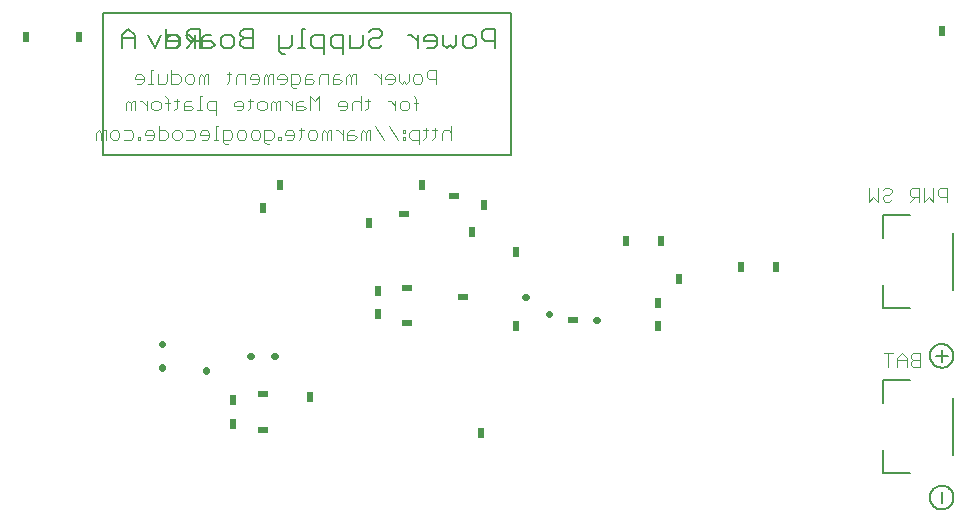
<source format=gbo>
G75*
G70*
%OFA0B0*%
%FSLAX24Y24*%
%IPPOS*%
%LPD*%
%AMOC8*
5,1,8,0,0,1.08239X$1,22.5*
%
%ADD10C,0.0080*%
%ADD11C,0.0040*%
%ADD12C,0.0060*%
%ADD13R,0.0200X0.0320*%
%ADD14C,0.0220*%
%ADD15R,0.0320X0.0200*%
%ADD16C,0.0050*%
D10*
X005476Y016303D02*
X005476Y021027D01*
X019059Y021027D01*
X019059Y016303D01*
X005476Y016303D01*
X033232Y009610D02*
X033626Y009610D01*
X033035Y009610D02*
X033037Y009649D01*
X033043Y009688D01*
X033053Y009726D01*
X033066Y009763D01*
X033083Y009798D01*
X033103Y009832D01*
X033127Y009863D01*
X033154Y009892D01*
X033183Y009918D01*
X033215Y009941D01*
X033249Y009961D01*
X033285Y009977D01*
X033322Y009989D01*
X033361Y009998D01*
X033400Y010003D01*
X033439Y010004D01*
X033478Y010001D01*
X033517Y009994D01*
X033554Y009983D01*
X033591Y009969D01*
X033626Y009951D01*
X033659Y009930D01*
X033690Y009905D01*
X033718Y009878D01*
X033743Y009848D01*
X033765Y009815D01*
X033784Y009781D01*
X033799Y009745D01*
X033811Y009707D01*
X033819Y009669D01*
X033823Y009630D01*
X033823Y009590D01*
X033819Y009551D01*
X033811Y009513D01*
X033799Y009475D01*
X033784Y009439D01*
X033765Y009405D01*
X033743Y009372D01*
X033718Y009342D01*
X033690Y009315D01*
X033659Y009290D01*
X033626Y009269D01*
X033591Y009251D01*
X033554Y009237D01*
X033517Y009226D01*
X033478Y009219D01*
X033439Y009216D01*
X033400Y009217D01*
X033361Y009222D01*
X033322Y009231D01*
X033285Y009243D01*
X033249Y009259D01*
X033215Y009279D01*
X033183Y009302D01*
X033154Y009328D01*
X033127Y009357D01*
X033103Y009388D01*
X033083Y009422D01*
X033066Y009457D01*
X033053Y009494D01*
X033043Y009532D01*
X033037Y009571D01*
X033035Y009610D01*
X033429Y009413D02*
X033429Y009807D01*
X033429Y005083D02*
X033429Y004689D01*
X033035Y004886D02*
X033037Y004925D01*
X033043Y004964D01*
X033053Y005002D01*
X033066Y005039D01*
X033083Y005074D01*
X033103Y005108D01*
X033127Y005139D01*
X033154Y005168D01*
X033183Y005194D01*
X033215Y005217D01*
X033249Y005237D01*
X033285Y005253D01*
X033322Y005265D01*
X033361Y005274D01*
X033400Y005279D01*
X033439Y005280D01*
X033478Y005277D01*
X033517Y005270D01*
X033554Y005259D01*
X033591Y005245D01*
X033626Y005227D01*
X033659Y005206D01*
X033690Y005181D01*
X033718Y005154D01*
X033743Y005124D01*
X033765Y005091D01*
X033784Y005057D01*
X033799Y005021D01*
X033811Y004983D01*
X033819Y004945D01*
X033823Y004906D01*
X033823Y004866D01*
X033819Y004827D01*
X033811Y004789D01*
X033799Y004751D01*
X033784Y004715D01*
X033765Y004681D01*
X033743Y004648D01*
X033718Y004618D01*
X033690Y004591D01*
X033659Y004566D01*
X033626Y004545D01*
X033591Y004527D01*
X033554Y004513D01*
X033517Y004502D01*
X033478Y004495D01*
X033439Y004492D01*
X033400Y004493D01*
X033361Y004498D01*
X033322Y004507D01*
X033285Y004519D01*
X033249Y004535D01*
X033215Y004555D01*
X033183Y004578D01*
X033154Y004604D01*
X033127Y004633D01*
X033103Y004664D01*
X033083Y004698D01*
X033066Y004733D01*
X033053Y004770D01*
X033043Y004808D01*
X033037Y004847D01*
X033035Y004886D01*
D11*
X032720Y009236D02*
X032490Y009236D01*
X032413Y009313D01*
X032413Y009390D01*
X032490Y009467D01*
X032720Y009467D01*
X032720Y009697D02*
X032490Y009697D01*
X032413Y009620D01*
X032413Y009543D01*
X032490Y009467D01*
X032260Y009467D02*
X031953Y009467D01*
X031953Y009543D02*
X031953Y009236D01*
X032260Y009236D02*
X032260Y009543D01*
X032106Y009697D01*
X031953Y009543D01*
X031799Y009697D02*
X031492Y009697D01*
X031646Y009697D02*
X031646Y009236D01*
X032720Y009236D02*
X032720Y009697D01*
X032685Y014748D02*
X032685Y015209D01*
X032455Y015209D01*
X032378Y015132D01*
X032378Y014978D01*
X032455Y014902D01*
X032685Y014902D01*
X032532Y014902D02*
X032378Y014748D01*
X032839Y014748D02*
X032839Y015209D01*
X033145Y015209D02*
X033145Y014748D01*
X032992Y014902D01*
X032839Y014748D01*
X033299Y014978D02*
X033376Y014902D01*
X033606Y014902D01*
X033606Y014748D02*
X033606Y015209D01*
X033376Y015209D01*
X033299Y015132D01*
X033299Y014978D01*
X031764Y015055D02*
X031688Y014978D01*
X031534Y014978D01*
X031458Y014902D01*
X031458Y014825D01*
X031534Y014748D01*
X031688Y014748D01*
X031764Y014825D01*
X031764Y015055D02*
X031764Y015132D01*
X031688Y015209D01*
X031534Y015209D01*
X031458Y015132D01*
X031304Y015209D02*
X031304Y014748D01*
X031151Y014902D01*
X030997Y014748D01*
X030997Y015209D01*
X017070Y016815D02*
X017070Y017275D01*
X016994Y017122D02*
X016840Y017122D01*
X016764Y017045D01*
X016764Y016815D01*
X016533Y016892D02*
X016457Y016815D01*
X016533Y016892D02*
X016533Y017199D01*
X016610Y017122D02*
X016457Y017122D01*
X016303Y017122D02*
X016150Y017122D01*
X016226Y017199D02*
X016226Y016892D01*
X016150Y016815D01*
X015996Y016815D02*
X015766Y016815D01*
X015689Y016892D01*
X015689Y017045D01*
X015766Y017122D01*
X015996Y017122D01*
X015996Y016662D01*
X015536Y016815D02*
X015536Y016892D01*
X015459Y016892D01*
X015459Y016815D01*
X015536Y016815D01*
X015306Y016815D02*
X014999Y017275D01*
X014539Y017275D02*
X014845Y016815D01*
X014385Y016815D02*
X014385Y017122D01*
X014308Y017122D01*
X014232Y017045D01*
X014155Y017122D01*
X014078Y017045D01*
X014078Y016815D01*
X014232Y016815D02*
X014232Y017045D01*
X013925Y016892D02*
X013848Y016815D01*
X013618Y016815D01*
X013618Y017045D01*
X013695Y017122D01*
X013848Y017122D01*
X013848Y016969D02*
X013618Y016969D01*
X013464Y016969D02*
X013311Y017122D01*
X013234Y017122D01*
X013081Y017122D02*
X013081Y016815D01*
X012927Y016815D02*
X012927Y017045D01*
X012851Y017122D01*
X012774Y017045D01*
X012774Y016815D01*
X012620Y016892D02*
X012544Y016815D01*
X012390Y016815D01*
X012313Y016892D01*
X012313Y017045D01*
X012390Y017122D01*
X012544Y017122D01*
X012620Y017045D01*
X012620Y016892D01*
X012927Y017045D02*
X013004Y017122D01*
X013081Y017122D01*
X013464Y017122D02*
X013464Y016815D01*
X013848Y016969D02*
X013925Y016892D01*
X014070Y017799D02*
X014070Y018260D01*
X013993Y018106D02*
X013839Y018106D01*
X013763Y018030D01*
X013763Y017799D01*
X013609Y017876D02*
X013609Y018030D01*
X013533Y018106D01*
X013379Y018106D01*
X013302Y018030D01*
X013302Y017953D01*
X013609Y017953D01*
X013609Y017876D02*
X013533Y017799D01*
X013379Y017799D01*
X013993Y018106D02*
X014070Y018030D01*
X014223Y018106D02*
X014376Y018106D01*
X014300Y018183D02*
X014300Y017876D01*
X014223Y017799D01*
X014990Y018106D02*
X015067Y018106D01*
X015220Y017953D01*
X015220Y018106D02*
X015220Y017799D01*
X015374Y017876D02*
X015374Y018030D01*
X015451Y018106D01*
X015604Y018106D01*
X015681Y018030D01*
X015681Y017876D01*
X015604Y017799D01*
X015451Y017799D01*
X015374Y017876D01*
X015834Y018030D02*
X015988Y018030D01*
X015911Y018183D02*
X015911Y017799D01*
X015911Y018183D02*
X015834Y018260D01*
X015888Y018685D02*
X015811Y018762D01*
X015811Y018915D01*
X015888Y018992D01*
X016041Y018992D01*
X016118Y018915D01*
X016118Y018762D01*
X016041Y018685D01*
X015888Y018685D01*
X015658Y018762D02*
X015658Y018992D01*
X015658Y018762D02*
X015581Y018685D01*
X015504Y018762D01*
X015427Y018685D01*
X015351Y018762D01*
X015351Y018992D01*
X015197Y018915D02*
X015121Y018992D01*
X014967Y018992D01*
X014890Y018915D01*
X014890Y018839D01*
X015197Y018839D01*
X015197Y018915D02*
X015197Y018762D01*
X015121Y018685D01*
X014967Y018685D01*
X014737Y018685D02*
X014737Y018992D01*
X014737Y018839D02*
X014583Y018992D01*
X014507Y018992D01*
X013893Y018992D02*
X013893Y018685D01*
X013739Y018685D02*
X013739Y018915D01*
X013663Y018992D01*
X013586Y018915D01*
X013586Y018685D01*
X013433Y018762D02*
X013356Y018839D01*
X013126Y018839D01*
X013126Y018915D02*
X013126Y018685D01*
X013356Y018685D01*
X013433Y018762D01*
X013356Y018992D02*
X013202Y018992D01*
X013126Y018915D01*
X012972Y018992D02*
X012742Y018992D01*
X012665Y018915D01*
X012665Y018685D01*
X012512Y018762D02*
X012435Y018839D01*
X012205Y018839D01*
X012205Y018915D02*
X012205Y018685D01*
X012435Y018685D01*
X012512Y018762D01*
X012435Y018992D02*
X012282Y018992D01*
X012205Y018915D01*
X012051Y018915D02*
X012051Y018762D01*
X011975Y018685D01*
X011745Y018685D01*
X011745Y018609D02*
X011745Y018992D01*
X011975Y018992D01*
X012051Y018915D01*
X011591Y018915D02*
X011591Y018762D01*
X011514Y018685D01*
X011361Y018685D01*
X011284Y018839D02*
X011591Y018839D01*
X011591Y018915D02*
X011514Y018992D01*
X011361Y018992D01*
X011284Y018915D01*
X011284Y018839D01*
X011131Y018992D02*
X011131Y018685D01*
X010977Y018685D02*
X010977Y018915D01*
X010901Y018992D01*
X010824Y018915D01*
X010824Y018685D01*
X010670Y018762D02*
X010670Y018915D01*
X010594Y018992D01*
X010440Y018992D01*
X010364Y018915D01*
X010364Y018839D01*
X010670Y018839D01*
X010670Y018762D02*
X010594Y018685D01*
X010440Y018685D01*
X010210Y018685D02*
X010210Y018992D01*
X009980Y018992D01*
X009903Y018915D01*
X009903Y018685D01*
X009673Y018762D02*
X009596Y018685D01*
X009673Y018762D02*
X009673Y019069D01*
X009750Y018992D02*
X009596Y018992D01*
X008982Y018992D02*
X008982Y018685D01*
X008829Y018685D02*
X008829Y018915D01*
X008752Y018992D01*
X008676Y018915D01*
X008676Y018685D01*
X008522Y018762D02*
X008522Y018915D01*
X008445Y018992D01*
X008292Y018992D01*
X008215Y018915D01*
X008215Y018762D01*
X008292Y018685D01*
X008445Y018685D01*
X008522Y018762D01*
X008829Y018915D02*
X008906Y018992D01*
X008982Y018992D01*
X008776Y018260D02*
X008699Y018260D01*
X008699Y017799D01*
X008776Y017799D02*
X008622Y017799D01*
X008469Y017876D02*
X008392Y017953D01*
X008162Y017953D01*
X008162Y018030D02*
X008162Y017799D01*
X008392Y017799D01*
X008469Y017876D01*
X008392Y018106D02*
X008239Y018106D01*
X008162Y018030D01*
X008008Y018106D02*
X007855Y018106D01*
X007932Y018183D02*
X007932Y017876D01*
X007855Y017799D01*
X007625Y017799D02*
X007625Y018183D01*
X007548Y018260D01*
X007548Y018030D02*
X007701Y018030D01*
X007395Y018030D02*
X007395Y017876D01*
X007318Y017799D01*
X007164Y017799D01*
X007088Y017876D01*
X007088Y018030D01*
X007164Y018106D01*
X007318Y018106D01*
X007395Y018030D01*
X006934Y018106D02*
X006934Y017799D01*
X006934Y017953D02*
X006781Y018106D01*
X006704Y018106D01*
X006551Y018106D02*
X006474Y018106D01*
X006397Y018030D01*
X006320Y018106D01*
X006244Y018030D01*
X006244Y017799D01*
X006397Y017799D02*
X006397Y018030D01*
X006551Y018106D02*
X006551Y017799D01*
X007326Y017275D02*
X007326Y016815D01*
X007557Y016815D01*
X007633Y016892D01*
X007633Y017045D01*
X007557Y017122D01*
X007326Y017122D01*
X007173Y017045D02*
X007096Y017122D01*
X006943Y017122D01*
X006866Y017045D01*
X006866Y016969D01*
X007173Y016969D01*
X007173Y017045D02*
X007173Y016892D01*
X007096Y016815D01*
X006943Y016815D01*
X006713Y016815D02*
X006713Y016892D01*
X006636Y016892D01*
X006636Y016815D01*
X006713Y016815D01*
X006482Y016892D02*
X006406Y016815D01*
X006175Y016815D01*
X006022Y016892D02*
X005945Y016815D01*
X005792Y016815D01*
X005715Y016892D01*
X005715Y017045D01*
X005792Y017122D01*
X005945Y017122D01*
X006022Y017045D01*
X006022Y016892D01*
X006175Y017122D02*
X006406Y017122D01*
X006482Y017045D01*
X006482Y016892D01*
X005562Y016815D02*
X005562Y017122D01*
X005485Y017122D01*
X005408Y017045D01*
X005331Y017122D01*
X005255Y017045D01*
X005255Y016815D01*
X005408Y016815D02*
X005408Y017045D01*
X007787Y017045D02*
X007863Y017122D01*
X008017Y017122D01*
X008094Y017045D01*
X008094Y016892D01*
X008017Y016815D01*
X007863Y016815D01*
X007787Y016892D01*
X007787Y017045D01*
X008247Y017122D02*
X008477Y017122D01*
X008554Y017045D01*
X008554Y016892D01*
X008477Y016815D01*
X008247Y016815D01*
X008707Y016969D02*
X009014Y016969D01*
X009014Y017045D02*
X008938Y017122D01*
X008784Y017122D01*
X008707Y017045D01*
X008707Y016969D01*
X008784Y016815D02*
X008938Y016815D01*
X009014Y016892D01*
X009014Y017045D01*
X009168Y016815D02*
X009321Y016815D01*
X009244Y016815D02*
X009244Y017275D01*
X009321Y017275D01*
X009475Y017122D02*
X009705Y017122D01*
X009782Y017045D01*
X009782Y016892D01*
X009705Y016815D01*
X009475Y016815D01*
X009475Y016738D02*
X009475Y017122D01*
X009475Y016738D02*
X009551Y016662D01*
X009628Y016662D01*
X009935Y016892D02*
X009935Y017045D01*
X010012Y017122D01*
X010165Y017122D01*
X010242Y017045D01*
X010242Y016892D01*
X010165Y016815D01*
X010012Y016815D01*
X009935Y016892D01*
X010395Y016892D02*
X010472Y016815D01*
X010626Y016815D01*
X010702Y016892D01*
X010702Y017045D01*
X010626Y017122D01*
X010472Y017122D01*
X010395Y017045D01*
X010395Y016892D01*
X010856Y016815D02*
X011086Y016815D01*
X011163Y016892D01*
X011163Y017045D01*
X011086Y017122D01*
X010856Y017122D01*
X010856Y016738D01*
X010932Y016662D01*
X011009Y016662D01*
X011316Y016815D02*
X011316Y016892D01*
X011393Y016892D01*
X011393Y016815D01*
X011316Y016815D01*
X011546Y016969D02*
X011853Y016969D01*
X011853Y017045D02*
X011776Y017122D01*
X011623Y017122D01*
X011546Y017045D01*
X011546Y016969D01*
X011623Y016815D02*
X011776Y016815D01*
X011853Y016892D01*
X011853Y017045D01*
X012007Y017122D02*
X012160Y017122D01*
X012083Y017199D02*
X012083Y016892D01*
X012007Y016815D01*
X011921Y017799D02*
X012151Y017799D01*
X012228Y017876D01*
X012151Y017953D01*
X011921Y017953D01*
X011921Y018030D02*
X011921Y017799D01*
X011768Y017799D02*
X011768Y018106D01*
X011768Y017953D02*
X011614Y018106D01*
X011538Y018106D01*
X011384Y018106D02*
X011384Y017799D01*
X011231Y017799D02*
X011231Y018030D01*
X011154Y018106D01*
X011077Y018030D01*
X011077Y017799D01*
X010924Y017876D02*
X010847Y017799D01*
X010694Y017799D01*
X010617Y017876D01*
X010617Y018030D01*
X010694Y018106D01*
X010847Y018106D01*
X010924Y018030D01*
X010924Y017876D01*
X011231Y018030D02*
X011308Y018106D01*
X011384Y018106D01*
X011921Y018030D02*
X011998Y018106D01*
X012151Y018106D01*
X012382Y018260D02*
X012382Y017799D01*
X012689Y017799D02*
X012689Y018260D01*
X012535Y018106D01*
X012382Y018260D01*
X011898Y018532D02*
X011821Y018532D01*
X011745Y018609D01*
X011131Y018992D02*
X011054Y018992D01*
X010977Y018915D01*
X010387Y018183D02*
X010387Y017876D01*
X010310Y017799D01*
X010157Y017876D02*
X010080Y017799D01*
X009926Y017799D01*
X009850Y017953D02*
X010157Y017953D01*
X010157Y018030D02*
X010080Y018106D01*
X009926Y018106D01*
X009850Y018030D01*
X009850Y017953D01*
X010157Y017876D02*
X010157Y018030D01*
X010310Y018106D02*
X010464Y018106D01*
X009236Y018106D02*
X009236Y017646D01*
X009236Y017799D02*
X009006Y017799D01*
X008929Y017876D01*
X008929Y018030D01*
X009006Y018106D01*
X009236Y018106D01*
X008062Y018762D02*
X008062Y018915D01*
X007985Y018992D01*
X007755Y018992D01*
X007755Y019146D02*
X007755Y018685D01*
X007985Y018685D01*
X008062Y018762D01*
X007601Y018762D02*
X007601Y018992D01*
X007601Y018762D02*
X007525Y018685D01*
X007294Y018685D01*
X007294Y018992D01*
X007141Y019146D02*
X007064Y019146D01*
X007064Y018685D01*
X006988Y018685D02*
X007141Y018685D01*
X006834Y018762D02*
X006834Y018915D01*
X006757Y018992D01*
X006604Y018992D01*
X006527Y018915D01*
X006527Y018839D01*
X006834Y018839D01*
X006834Y018762D02*
X006757Y018685D01*
X006604Y018685D01*
X012972Y018685D02*
X012972Y018992D01*
X013739Y018915D02*
X013816Y018992D01*
X013893Y018992D01*
X016271Y018915D02*
X016348Y018839D01*
X016578Y018839D01*
X016578Y018685D02*
X016578Y019146D01*
X016348Y019146D01*
X016271Y019069D01*
X016271Y018915D01*
X016994Y017122D02*
X017070Y017045D01*
X015536Y017045D02*
X015536Y017122D01*
X015459Y017122D01*
X015459Y017045D01*
X015536Y017045D01*
D12*
X013488Y019663D02*
X013488Y020303D01*
X013168Y020303D01*
X013061Y020197D01*
X013061Y019983D01*
X013168Y019876D01*
X013488Y019876D01*
X013706Y019876D02*
X013706Y020303D01*
X014133Y020303D02*
X014133Y019983D01*
X014026Y019876D01*
X013706Y019876D01*
X014350Y019983D02*
X014457Y019876D01*
X014670Y019876D01*
X014777Y019983D01*
X014670Y020197D02*
X014457Y020197D01*
X014350Y020090D01*
X014350Y019983D01*
X014670Y020197D02*
X014777Y020303D01*
X014777Y020410D01*
X014670Y020517D01*
X014457Y020517D01*
X014350Y020410D01*
X015638Y020303D02*
X015745Y020303D01*
X015959Y020090D01*
X015959Y020303D02*
X015959Y019876D01*
X016176Y020090D02*
X016176Y020197D01*
X016283Y020303D01*
X016496Y020303D01*
X016603Y020197D01*
X016603Y019983D01*
X016496Y019876D01*
X016283Y019876D01*
X016176Y020090D02*
X016603Y020090D01*
X016821Y019983D02*
X016821Y020303D01*
X016821Y019983D02*
X016927Y019876D01*
X017034Y019983D01*
X017141Y019876D01*
X017248Y019983D01*
X017248Y020303D01*
X017465Y020197D02*
X017572Y020303D01*
X017786Y020303D01*
X017892Y020197D01*
X017892Y019983D01*
X017786Y019876D01*
X017572Y019876D01*
X017465Y019983D01*
X017465Y020197D01*
X018110Y020197D02*
X018217Y020090D01*
X018537Y020090D01*
X018537Y019876D02*
X018537Y020517D01*
X018217Y020517D01*
X018110Y020410D01*
X018110Y020197D01*
X012843Y020303D02*
X012843Y019663D01*
X012843Y019876D02*
X012523Y019876D01*
X012416Y019983D01*
X012416Y020197D01*
X012523Y020303D01*
X012843Y020303D01*
X012199Y020517D02*
X012092Y020517D01*
X012092Y019876D01*
X012199Y019876D02*
X011985Y019876D01*
X011769Y019983D02*
X011769Y020303D01*
X011769Y019983D02*
X011663Y019876D01*
X011342Y019876D01*
X011342Y019770D02*
X011449Y019663D01*
X011556Y019663D01*
X011342Y019770D02*
X011342Y020303D01*
X010480Y020197D02*
X010160Y020197D01*
X010053Y020090D01*
X010053Y019983D01*
X010160Y019876D01*
X010480Y019876D01*
X010480Y020517D01*
X010160Y020517D01*
X010053Y020410D01*
X010053Y020303D01*
X010160Y020197D01*
X009836Y020197D02*
X009836Y019983D01*
X009729Y019876D01*
X009515Y019876D01*
X009409Y019983D01*
X009409Y020197D01*
X009515Y020303D01*
X009729Y020303D01*
X009836Y020197D01*
X009191Y019983D02*
X009084Y020090D01*
X008764Y020090D01*
X008694Y020090D02*
X008374Y020090D01*
X008267Y020197D01*
X008267Y020410D01*
X008374Y020517D01*
X008694Y020517D01*
X008694Y019876D01*
X008764Y019876D02*
X009084Y019876D01*
X009191Y019983D01*
X009084Y020303D02*
X008871Y020303D01*
X008764Y020197D01*
X008764Y019876D01*
X008547Y019876D02*
X008547Y020303D01*
X008547Y020090D02*
X008333Y020303D01*
X008226Y020303D01*
X008050Y020197D02*
X008050Y019983D01*
X007943Y019876D01*
X007729Y019876D01*
X007583Y019876D02*
X007903Y019876D01*
X008010Y019983D01*
X008010Y020197D01*
X007903Y020303D01*
X007583Y020303D01*
X007623Y020197D02*
X007623Y020090D01*
X008050Y020090D01*
X008050Y020197D02*
X007943Y020303D01*
X007729Y020303D01*
X007623Y020197D01*
X007405Y020303D02*
X007192Y019876D01*
X006978Y020303D01*
X006529Y020303D02*
X006529Y019876D01*
X006529Y020197D02*
X006102Y020197D01*
X006102Y020303D02*
X006102Y019876D01*
X006102Y020303D02*
X006315Y020517D01*
X006529Y020303D01*
X007583Y020517D02*
X007583Y019876D01*
X008267Y019876D02*
X008481Y020090D01*
D13*
X009807Y007346D03*
X009807Y008134D03*
X012366Y008232D03*
X014630Y010988D03*
X014630Y011775D03*
X014334Y014039D03*
X016106Y015319D03*
X018173Y014630D03*
X017779Y013744D03*
X019256Y013055D03*
X019256Y010594D03*
X022897Y013449D03*
X024079Y013449D03*
X024669Y012169D03*
X023980Y011382D03*
X023980Y010594D03*
X026736Y012563D03*
X027917Y012563D03*
X018075Y007051D03*
X010791Y014531D03*
X011382Y015319D03*
X004689Y020240D03*
X002917Y020240D03*
X033429Y020437D03*
D14*
X020350Y010988D02*
X020326Y010988D01*
X019563Y011579D02*
X019539Y011579D01*
X021901Y010791D02*
X021925Y010791D01*
X011197Y009610D02*
X011173Y009610D01*
X010409Y009610D02*
X010385Y009610D01*
X008921Y009130D02*
X008921Y009106D01*
X007445Y009204D02*
X007445Y009228D01*
X007445Y009992D02*
X007445Y010016D01*
D15*
X010791Y008331D03*
X010791Y007149D03*
X015614Y010693D03*
X015614Y011874D03*
X017484Y011579D03*
X015516Y014334D03*
X017189Y014925D03*
X021126Y010791D03*
D16*
X031460Y011205D02*
X031460Y011972D01*
X031460Y011205D02*
X032366Y011205D01*
X033823Y011815D02*
X033823Y013705D01*
X032366Y014315D02*
X031460Y014315D01*
X031460Y013547D01*
X031460Y008803D02*
X031460Y008035D01*
X031460Y008803D02*
X032366Y008803D01*
X033823Y008193D02*
X033823Y006303D01*
X032366Y005693D02*
X031460Y005693D01*
X031460Y006460D01*
M02*

</source>
